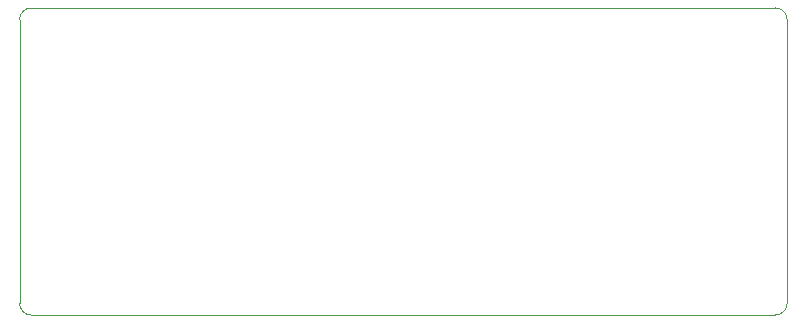
<source format=gm1>
G04 #@! TF.GenerationSoftware,KiCad,Pcbnew,5.1.4-e60b266~84~ubuntu18.04.1*
G04 #@! TF.CreationDate,2019-09-11T21:53:04+05:30*
G04 #@! TF.ProjectId,SenseCam_XHP70.2_rev1,53656e73-6543-4616-9d5f-58485037302e,rev?*
G04 #@! TF.SameCoordinates,Original*
G04 #@! TF.FileFunction,Profile,NP*
%FSLAX46Y46*%
G04 Gerber Fmt 4.6, Leading zero omitted, Abs format (unit mm)*
G04 Created by KiCad (PCBNEW 5.1.4-e60b266~84~ubuntu18.04.1) date 2019-09-11 21:53:04*
%MOMM*%
%LPD*%
G04 APERTURE LIST*
%ADD10C,0.050000*%
G04 APERTURE END LIST*
D10*
X10000000Y-35000000D02*
X10000000Y-11000000D01*
X74000000Y-36000000D02*
X11000000Y-36000000D01*
X75000000Y-11000000D02*
X75000000Y-35000000D01*
X11000000Y-10000000D02*
X74000000Y-10000000D01*
X10000000Y-11000000D02*
G75*
G02X11000000Y-10000000I1000000J0D01*
G01*
X11000000Y-36000000D02*
G75*
G02X10000000Y-35000000I0J1000000D01*
G01*
X75000000Y-35000000D02*
G75*
G02X74000000Y-36000000I-1000000J0D01*
G01*
X74000000Y-10000000D02*
G75*
G02X75000000Y-11000000I0J-1000000D01*
G01*
M02*

</source>
